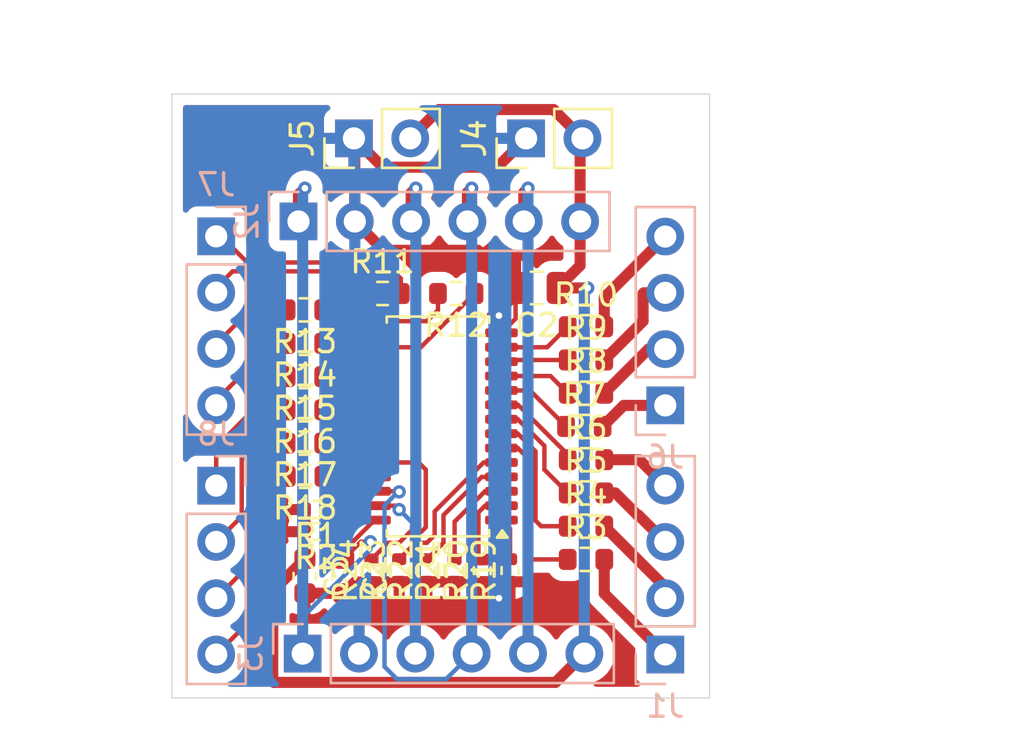
<source format=kicad_pcb>
(kicad_pcb (version 20240108) (generator "pcbnew") (generator_version "8.0")
  (layers (0 "F.Cu" signal) (31 "B.Cu" signal) (34 "B.Paste" user) (35 "F.Paste" user) (36 "B.SilkS" user "B.Silkscreen") (37 "F.SilkS" user "F.Silkscreen") (38 "B.Mask" user) (39 "F.Mask" user) (44 "Edge.Cuts" user))
  (net 0 "")
  (net 1 "GND")
  (net 2 "+3V3")
  (net 3 "+5V")
  (net 4 "Net-(J1-Pin_2)")
  (net 5 "Net-(J1-Pin_3)")
  (net 6 "Net-(J1-Pin_4)")
  (net 7 "Net-(J1-Pin_1)")
  (net 8 "SCL")
  (net 9 "SDA")
  (net 10 "OE")
  (net 11 "Net-(J6-Pin_3)")
  (net 12 "Net-(J6-Pin_4)")
  (net 13 "Net-(J6-Pin_1)")
  (net 14 "Net-(J6-Pin_2)")
  (net 15 "Net-(J7-Pin_1)")
  (net 16 "Net-(J7-Pin_2)")
  (net 17 "Net-(J7-Pin_4)")
  (net 18 "Net-(J7-Pin_3)")
  (net 19 "Net-(J8-Pin_1)")
  (net 20 "Net-(J8-Pin_2)")
  (net 21 "Net-(J8-Pin_3)")
  (net 22 "Net-(J8-Pin_4)")
  (net 23 "Net-(U1-#OE)")
  (net 24 "Net-(U1-EXTCLK)")
  (net 25 "Net-(U1-PWM0)")
  (net 26 "Net-(U1-PWM1)")
  (net 27 "Net-(U1-PWM2)")
  (net 28 "Net-(U1-PWM3)")
  (net 29 "Net-(U1-PWM4)")
  (net 30 "Net-(U1-PWM5)")
  (net 31 "Net-(U1-PWM6)")
  (net 32 "Net-(U1-PWM7)")
  (net 33 "Net-(U1-PWM8)")
  (net 34 "Net-(U1-PWM9)")
  (net 35 "Net-(U1-PWM10)")
  (net 36 "Net-(U1-PWM11)")
  (net 37 "Net-(U1-PWM12)")
  (net 38 "Net-(U1-PWM13)")
  (net 39 "Net-(U1-PWM14)")
  (net 40 "Net-(U1-PWM15)")
  (net 41 "A0")
  (net 42 "A1")
  (net 43 "A2")
  (net 44 "A3")
  (net 45 "A4")
  (net 46 "A5")
  (footprint "Resistor_SMD:R_0603_1608Metric" (layer "F.Cu") (at 141.765 101.84)
    (property "Reference" "R9" (at 0 -1.43 0) (layer "F.SilkS"))
    (property "Value" "220Ω")
    (fp_line (start -0.237258 -0.5225) (end 0.237258 -0.5225) (stroke (width 0.12)) (layer "F.SilkS"))
    (fp_line (start -0.237258 0.5225) (end 0.237258 0.5225) (stroke (width 0.12)) (layer "F.SilkS"))
    (pad "1" smd roundrect (at -0.825 0) (size 0.8 0.95) (layers "F.Cu" "F.Paste" "F.Mask") (net 31 "Net-(U1-PWM6)"))
    (pad "2" smd roundrect (at 0.825 0) (size 0.8 0.95) (layers "F.Cu" "F.Paste" "F.Mask") (net 11 "Net-(J6-Pin_3)"))
  )
  (footprint "Resistor_SMD:R_0603_1608Metric" (layer "F.Cu") (at 135.915 98.84 180)
    (property "Reference" "R12" (at 0 -1.43 0) (layer "F.SilkS"))
    (property "Value" "220Ω")
    (fp_line (start -0.237258 0.5225) (end 0.237258 0.5225) (stroke (width 0.12)) (layer "F.SilkS"))
    (fp_line (start -0.237258 -0.5225) (end 0.237258 -0.5225) (stroke (width 0.12)) (layer "F.SilkS"))
    (pad "1" smd roundrect (at -0.825 0 180) (size 0.8 0.95) (layers "F.Cu" "F.Paste" "F.Mask") (net 34 "Net-(U1-PWM9)"))
    (pad "2" smd roundrect (at 0.825 0 180) (size 0.8 0.95) (layers "F.Cu" "F.Paste" "F.Mask") (net 16 "Net-(J7-Pin_2)"))
  )
  (footprint "Resistor_SMD:R_0402_1005Metric" (layer "F.Cu") (at 138.34 111.34 90)
    (property "Reference" "R19" (at 0 -1.17 90) (layer "F.SilkS"))
    (property "Value" "10kΩ")
    (fp_line (start -0.153641 -0.38) (end 0.153641 -0.38) (stroke (width 0.12)) (layer "F.SilkS"))
    (fp_line (start -0.153641 0.38) (end 0.153641 0.38) (stroke (width 0.12)) (layer "F.SilkS"))
    (pad "1" smd roundrect (at -0.51 0 90) (size 0.54 0.64) (layers "F.Cu" "F.Paste" "F.Mask") (net 1 "GND"))
    (pad "2" smd roundrect (at 0.51 0 90) (size 0.54 0.64) (layers "F.Cu" "F.Paste" "F.Mask") (net 41 "A0"))
  )
  (footprint "Connector_PinHeader_2.54mm:PinHeader_1x02_P2.54mm_Vertical" (layer "F.Cu") (at 131.3 91.84 90)
    (property "Reference" "J5" (at 0 -2.33 90) (layer "F.SilkS"))
    (property "Value" "Conn_01x02_Pin")
    (fp_line (start -1.33 -1.33) (end 0 -1.33) (stroke (width 0.12)) (layer "F.SilkS"))
    (fp_line (start -1.33 0) (end -1.33 -1.33) (stroke (width 0.12)) (layer "F.SilkS"))
    (fp_line (start 1.33 1.27) (end 1.33 3.87) (stroke (width 0.12)) (layer "F.SilkS"))
    (fp_line (start -1.33 1.27) (end 1.33 1.27) (stroke (width 0.12)) (layer "F.SilkS"))
    (fp_line (start -1.33 1.27) (end -1.33 3.87) (stroke (width 0.12)) (layer "F.SilkS"))
    (fp_line (start -1.33 3.87) (end 1.33 3.87) (stroke (width 0.12)) (layer "F.SilkS"))
    (pad "1" thru_hole rect (at 0 0 90) (size 1.7 1.7) (drill 1) (layers "*.Cu" "*.Mask") (net 1 "GND"))
    (pad "2" thru_hole oval (at 0 2.54 90) (size 1.7 1.7) (drill 1) (layers "*.Cu" "*.Mask") (net 3 "+5V"))
  )
  (footprint "Resistor_SMD:R_0402_1005Metric" (layer "F.Cu") (at 132.09 111.35 90)
    (property "Reference" "R24" (at 0 -1.17 90) (layer "F.SilkS"))
    (property "Value" "10kΩ")
    (fp_line (start -0.153641 -0.38) (end 0.153641 -0.38) (stroke (width 0.12)) (layer "F.SilkS"))
    (fp_line (start -0.153641 0.38) (end 0.153641 0.38) (stroke (width 0.12)) (layer "F.SilkS"))
    (pad "1" smd roundrect (at -0.51 0 90) (size 0.54 0.64) (layers "F.Cu" "F.Paste" "F.Mask") (net 1 "GND"))
    (pad "2" smd roundrect (at 0.51 0 90) (size 0.54 0.64) (layers "F.Cu" "F.Paste" "F.Mask") (net 46 "A5"))
  )
  (footprint "Resistor_SMD:R_0402_1005Metric" (layer "F.Cu") (at 135.84 111.34 90)
    (property "Reference" "R21" (at 0 -1.17 90) (layer "F.SilkS"))
    (property "Value" "10kΩ")
    (fp_line (start -0.153641 -0.38) (end 0.153641 -0.38) (stroke (width 0.12)) (layer "F.SilkS"))
    (fp_line (start -0.153641 0.38) (end 0.153641 0.38) (stroke (width 0.12)) (layer "F.SilkS"))
    (pad "1" smd roundrect (at -0.51 0 90) (size 0.54 0.64) (layers "F.Cu" "F.Paste" "F.Mask") (net 1 "GND"))
    (pad "2" smd roundrect (at 0.51 0 90) (size 0.54 0.64) (layers "F.Cu" "F.Paste" "F.Mask") (net 43 "A2"))
  )
  (footprint "Resistor_SMD:R_0603_1608Metric" (layer "F.Cu") (at 141.765 110.84)
    (property "Reference" "R3" (at 0 -1.43 0) (layer "F.SilkS"))
    (property "Value" "220Ω")
    (fp_line (start -0.237258 -0.5225) (end 0.237258 -0.5225) (stroke (width 0.12)) (layer "F.SilkS"))
    (fp_line (start -0.237258 0.5225) (end 0.237258 0.5225) (stroke (width 0.12)) (layer "F.SilkS"))
    (pad "1" smd roundrect (at -0.825 0) (size 0.8 0.95) (layers "F.Cu" "F.Paste" "F.Mask") (net 25 "Net-(U1-PWM0)"))
    (pad "2" smd roundrect (at 0.825 0) (size 0.8 0.95) (layers "F.Cu" "F.Paste" "F.Mask") (net 7 "Net-(J1-Pin_1)"))
  )
  (footprint "Capacitor_SMD:C_0603_1608Metric" (layer "F.Cu") (at 130.84 111.59 -90)
    (property "Reference" "C1" (at 0 -1.43 90) (layer "F.SilkS"))
    (property "Value" "10μF")
    (fp_line (start -0.14058 0.51) (end 0.14058 0.51) (stroke (width 0.12)) (layer "F.SilkS"))
    (fp_line (start -0.14058 -0.51) (end 0.14058 -0.51) (stroke (width 0.12)) (layer "F.SilkS"))
    (pad "1" smd roundrect (at -0.775 0 270) (size 0.9 0.95) (layers "F.Cu" "F.Paste" "F.Mask") (net 2 "+3V3"))
    (pad "2" smd roundrect (at 0.775 0 270) (size 0.9 0.95) (layers "F.Cu" "F.Paste" "F.Mask") (net 1 "GND"))
  )
  (footprint "Resistor_SMD:R_0603_1608Metric" (layer "F.Cu") (at 129.09 105.59 180)
    (property "Reference" "R17" (at 0 -1.43 0) (layer "F.SilkS"))
    (property "Value" "220Ω")
    (fp_line (start -0.237258 0.5225) (end 0.237258 0.5225) (stroke (width 0.12)) (layer "F.SilkS"))
    (fp_line (start -0.237258 -0.5225) (end 0.237258 -0.5225) (stroke (width 0.12)) (layer "F.SilkS"))
    (pad "1" smd roundrect (at -0.825 0 180) (size 0.8 0.95) (layers "F.Cu" "F.Paste" "F.Mask") (net 39 "Net-(U1-PWM14)"))
    (pad "2" smd roundrect (at 0.825 0 180) (size 0.8 0.95) (layers "F.Cu" "F.Paste" "F.Mask") (net 21 "Net-(J8-Pin_3)"))
  )
  (footprint "Package_SO:TSSOP-28_4.4x9.7mm_P0.65mm" (layer "F.Cu") (at 135.09 104.84 180)
    (property "Reference" "U1" (at 0 -5.8 0) (layer "F.SilkS"))
    (property "Value" "PCA9685")
    (fp_line (start 2.31 4.96) (end 2.31 4.685) (stroke (width 0.12)) (layer "F.SilkS"))
    (fp_line (start 2.31 -4.96) (end 2.31 -4.685) (stroke (width 0.12)) (layer "F.SilkS"))
    (fp_line (start 0 4.96) (end 2.31 4.96) (stroke (width 0.12)) (layer "F.SilkS"))
    (fp_line (start 0 4.96) (end -2.31 4.96) (stroke (width 0.12)) (layer "F.SilkS"))
    (fp_line (start 0 -4.96) (end 2.31 -4.96) (stroke (width 0.12)) (layer "F.SilkS"))
    (fp_line (start 0 -4.96) (end -2.31 -4.96) (stroke (width 0.12)) (layer "F.SilkS"))
    (fp_line (start -2.31 4.96) (end -2.31 4.685) (stroke (width 0.12)) (layer "F.SilkS"))
    (fp_line (start -2.31 -4.96) (end -2.31 -4.685) (stroke (width 0.12)) (layer "F.SilkS"))
    (fp_poly (pts (xy -2.9 -4.685) (xy -3.14 -5.015) (xy -2.66 -5.015) (xy -2.9 -4.685)) (stroke (width 0.12)) (fill solid) (layer "F.SilkS"))
    (pad "1" smd roundrect (at -2.8625 -4.225 180) (size 1.475 0.4) (layers "F.Cu" "F.Paste" "F.Mask") (net 41 "A0"))
    (pad "2" smd roundrect (at -2.8625 -3.575 180) (size 1.475 0.4) (layers "F.Cu" "F.Paste" "F.Mask") (net 42 "A1"))
    (pad "3" smd roundrect (at -2.8625 -2.925 180) (size 1.475 0.4) (layers "F.Cu" "F.Paste" "F.Mask") (net 43 "A2"))
    (pad "4" smd roundrect (at -2.8625 -2.275 180) (size 1.475 0.4) (layers "F.Cu" "F.Paste" "F.Mask") (net 44 "A3"))
    (pad "5" smd roundrect (at -2.8625 -1.625 180) (size 1.475 0.4) (layers "F.Cu" "F.Paste" "F.Mask") (net 45 "A4"))
    (pad "6" smd roundrect (at -2.8625 -0.975 180) (size 1.475 0.4) (layers "F.Cu" "F.Paste" "F.Mask") (net 25 "Net-(U1-PWM0)"))
    (pad "7" smd roundrect (at -2.8625 -0.325 180) (size 1.475 0.4) (layers "F.Cu" "F.Paste" "F.Mask") (net 26 "Net-(U1-PWM1)"))
    (pad "8" smd roundrect (at -2.8625 0.325 180) (size 1.475 0.4) (layers "F.Cu" "F.Paste" "F.Mask") (net 27 "Net-(U1-PWM2)"))
    (pad "9" smd roundrect (at -2.8625 0.975 180) (size 1.475 0.4) (layers "F.Cu" "F.Paste" "F.Mask") (net 28 "Net-(U1-PWM3)"))
    (pad "10" smd roundrect (at -2.8625 1.625 180) (size 1.475 0.4) (layers "F.Cu" "F.Paste" "F.Mask") (net 29 "Net-(U1-PWM4)"))
    (pad "11" smd roundrect (at -2.8625 2.275 180) (size 1.475 0.4) (layers "F.Cu" "F.Paste" "F.Mask") (net 30 "Net-(U1-PWM5)"))
    (pad "12" smd roundrect (at -2.8625 2.925 180) (size 1.475 0.4) (layers "F.Cu" "F.Paste" "F.Mask") (net 31 "Net-(U1-PWM6)"))
    (pad "13" smd roundrect (at -2.8625 3.575 180) (size 1.475 0.4) (layers "F.Cu" "F.Paste" "F.Mask") (net 32 "Net-(U1-PWM7)"))
    (pad "14" smd roundrect (at -2.8625 4.225 180) (size 1.475 0.4) (layers "F.Cu" "F.Paste" "F.Mask") (net 1 "GND"))
    (pad "15" smd roundrect (at 2.8625 4.225 180) (size 1.475 0.4) (layers "F.Cu" "F.Paste" "F.Mask") (net 33 "Net-(U1-PWM8)"))
    (pad "16" smd roundrect (at 2.8625 3.575 180) (size 1.475 0.4) (layers "F.Cu" "F.Paste" "F.Mask") (net 34 "Net-(U1-PWM9)"))
    (pad "17" smd roundrect (at 2.8625 2.925 180) (size 1.475 0.4) (layers "F.Cu" "F.Paste" "F.Mask") (net 35 "Net-(U1-PWM10)"))
    (pad "18" smd roundrect (at 2.8625 2.275 180) (size 1.475 0.4) (layers "F.Cu" "F.Paste" "F.Mask") (net 36 "Net-(U1-PWM11)"))
    (pad "19" smd roundrect (at 2.8625 1.625 180) (size 1.475 0.4) (layers "F.Cu" "F.Paste" "F.Mask") (net 37 "Net-(U1-PWM12)"))
    (pad "20" smd roundrect (at 2.8625 0.975 180) (size 1.475 0.4) (layers "F.Cu" "F.Paste" "F.Mask") (net 38 "Net-(U1-PWM13)"))
    (pad "21" smd roundrect (at 2.8625 0.325 180) (size 1.475 0.4) (layers "F.Cu" "F.Paste" "F.Mask") (net 39 "Net-(U1-PWM14)"))
    (pad "22" smd roundrect (at 2.8625 -0.325 180) (size 1.475 0.4) (layers "F.Cu" "F.Paste" "F.Mask") (net 40 "Net-(U1-PWM15)"))
    (pad "23" smd roundrect (at 2.8625 -0.975 180) (size 1.475 0.4) (layers "F.Cu" "F.Paste" "F.Mask") (net 23 "Net-(U1-#OE)"))
    (pad "24" smd roundrect (at 2.8625 -1.625 180) (size 1.475 0.4) (layers "F.Cu" "F.Paste" "F.Mask") (net 46 "A5"))
    (pad "25" smd roundrect (at 2.8625 -2.275 180) (size 1.475 0.4) (layers "F.Cu" "F.Paste" "F.Mask") (net 24 "Net-(U1-EXTCLK)"))
    (pad "26" smd roundrect (at 2.8625 -2.925 180) (size 1.475 0.4) (layers "F.Cu" "F.Paste" "F.Mask") (net 8 "SCL"))
    (pad "27" smd roundrect (at 2.8625 -3.575 180) (size 1.475 0.4) (layers "F.Cu" "F.Paste" "F.Mask") (net 9 "SDA"))
    (pad "28" smd roundrect (at 2.8625 -4.225 180) (size 1.475 0.4) (layers "F.Cu" "F.Paste" "F.Mask") (net 2 "+3V3"))
  )
  (footprint "Resistor_SMD:R_0603_1608Metric" (layer "F.Cu") (at 141.765 100.34)
    (property "Reference" "R10" (at 0 -1.43 0) (layer "F.SilkS"))
    (property "Value" "220Ω")
    (fp_line (start -0.237258 -0.5225) (end 0.237258 -0.5225) (stroke (width 0.12)) (layer "F.SilkS"))
    (fp_line (start -0.237258 0.5225) (end 0.237258 0.5225) (stroke (width 0.12)) (layer "F.SilkS"))
    (pad "1" smd roundrect (at -0.825 0) (size 0.8 0.95) (layers "F.Cu" "F.Paste" "F.Mask") (net 32 "Net-(U1-PWM7)"))
    (pad "2" smd roundrect (at 0.825 0) (size 0.8 0.95) (layers "F.Cu" "F.Paste" "F.Mask") (net 12 "Net-(J6-Pin_4)"))
  )
  (footprint "Resistor_SMD:R_0603_1608Metric" (layer "F.Cu") (at 141.765 103.34)
    (property "Reference" "R8" (at 0 -1.43 0) (layer "F.SilkS"))
    (property "Value" "220Ω")
    (fp_line (start -0.237258 -0.5225) (end 0.237258 -0.5225) (stroke (width 0.12)) (layer "F.SilkS"))
    (fp_line (start -0.237258 0.5225) (end 0.237258 0.5225) (stroke (width 0.12)) (layer "F.SilkS"))
    (pad "1" smd roundrect (at -0.825 0) (size 0.8 0.95) (layers "F.Cu" "F.Paste" "F.Mask") (net 30 "Net-(U1-PWM5)"))
    (pad "2" smd roundrect (at 0.825 0) (size 0.8 0.95) (layers "F.Cu" "F.Paste" "F.Mask") (net 14 "Net-(J6-Pin_2)"))
  )
  (footprint "Resistor_SMD:R_0402_1005Metric" (layer "F.Cu") (at 133.34 111.34 90)
    (property "Reference" "R23" (at 0 -1.17 90) (layer "F.SilkS"))
    (property "Value" "10kΩ")
    (fp_line (start -0.153641 -0.38) (end 0.153641 -0.38) (stroke (width 0.12)) (layer "F.SilkS"))
    (fp_line (start -0.153641 0.38) (end 0.153641 0.38) (stroke (width 0.12)) (layer "F.SilkS"))
    (pad "1" smd roundrect (at -0.51 0 90) (size 0.54 0.64) (layers "F.Cu" "F.Paste" "F.Mask") (net 1 "GND"))
    (pad "2" smd roundrect (at 0.51 0 90) (size 0.54 0.64) (layers "F.Cu" "F.Paste" "F.Mask") (net 45 "A4"))
  )
  (footprint "Resistor_SMD:R_0603_1608Metric" (layer "F.Cu") (at 141.765 109.34)
    (property "Reference" "R4" (at 0 -1.43 0) (layer "F.SilkS"))
    (property "Value" "220Ω")
    (fp_line (start -0.237258 -0.5225) (end 0.237258 -0.5225) (stroke (width 0.12)) (layer "F.SilkS"))
    (fp_line (start -0.237258 0.5225) (end 0.237258 0.5225) (stroke (width 0.12)) (layer "F.SilkS"))
    (pad "1" smd roundrect (at -0.825 0) (size 0.8 0.95) (layers "F.Cu" "F.Paste" "F.Mask") (net 26 "Net-(U1-PWM1)"))
    (pad "2" smd roundrect (at 0.825 0) (size 0.8 0.95) (layers "F.Cu" "F.Paste" "F.Mask") (net 4 "Net-(J1-Pin_2)"))
  )
  (footprint "Resistor_SMD:R_0603_1608Metric" (layer "F.Cu") (at 129.1 107.09 180)
    (property "Reference" "R18" (at 0 -1.43 0) (layer "F.SilkS"))
    (property "Value" "220Ω")
    (fp_line (start -0.237258 0.5225) (end 0.237258 0.5225) (stroke (width 0.12)) (layer "F.SilkS"))
    (fp_line (start -0.237258 -0.5225) (end 0.237258 -0.5225) (stroke (width 0.12)) (layer "F.SilkS"))
    (pad "1" smd roundrect (at -0.825 0 180) (size 0.8 0.95) (layers "F.Cu" "F.Paste" "F.Mask") (net 40 "Net-(U1-PWM15)"))
    (pad "2" smd roundrect (at 0.825 0 180) (size 0.8 0.95) (layers "F.Cu" "F.Paste" "F.Mask") (net 22 "Net-(J8-Pin_4)"))
  )
  (footprint "Connector_PinHeader_2.54mm:PinHeader_1x02_P2.54mm_Vertical" (layer "F.Cu") (at 139.065 91.84 90)
    (property "Reference" "J4" (at 0 -2.33 90) (layer "F.SilkS"))
    (property "Value" "Conn_01x02")
    (fp_line (start -1.33 -1.33) (end 0 -1.33) (stroke (width 0.12)) (layer "F.SilkS"))
    (fp_line (start -1.33 0) (end -1.33 -1.33) (stroke (width 0.12)) (layer "F.SilkS"))
    (fp_line (start 1.33 1.27) (end 1.33 3.87) (stroke (width 0.12)) (layer "F.SilkS"))
    (fp_line (start -1.33 1.27) (end 1.33 1.27) (stroke (width 0.12)) (layer "F.SilkS"))
    (fp_line (start -1.33 1.27) (end -1.33 3.87) (stroke (width 0.12)) (layer "F.SilkS"))
    (fp_line (start -1.33 3.87) (end 1.33 3.87) (stroke (width 0.12)) (layer "F.SilkS"))
    (pad "1" thru_hole rect (at 0 0 90) (size 1.7 1.7) (drill 1) (layers "*.Cu" "*.Mask") (net 1 "GND"))
    (pad "2" thru_hole oval (at 0 2.54 90) (size 1.7 1.7) (drill 1) (layers "*.Cu" "*.Mask") (net 3 "+5V"))
  )
  (footprint "Capacitor_SMD:C_0805_2012Metric" (layer "F.Cu") (at 139.54 98.59 180)
    (property "Reference" "C2" (at 0 -1.68 0) (layer "F.SilkS"))
    (property "Value" "47μF")
    (fp_line (start -0.261252 0.735) (end 0.261252 0.735) (stroke (width 0.12)) (layer "F.SilkS"))
    (fp_line (start -0.261252 -0.735) (end 0.261252 -0.735) (stroke (width 0.12)) (layer "F.SilkS"))
    (pad "1" smd roundrect (at -0.95 0 180) (size 1 1.45) (layers "F.Cu" "F.Paste" "F.Mask") (net 3 "+5V"))
    (pad "2" smd roundrect (at 0.95 0 180) (size 1 1.45) (layers "F.Cu" "F.Paste" "F.Mask") (net 1 "GND"))
  )
  (footprint "Resistor_SMD:R_0603_1608Metric" (layer "F.Cu") (at 132.59 98.84)
    (property "Reference" "R11" (at 0 -1.43 0) (layer "F.SilkS"))
    (property "Value" "220Ω")
    (fp_line (start -0.237258 -0.5225) (end 0.237258 -0.5225) (stroke (width 0.12)) (layer "F.SilkS"))
    (fp_line (start -0.237258 0.5225) (end 0.237258 0.5225) (stroke (width 0.12)) (layer "F.SilkS"))
    (pad "1" smd roundrect (at -0.825 0) (size 0.8 0.95) (layers "F.Cu" "F.Paste" "F.Mask") (net 33 "Net-(U1-PWM8)"))
    (pad "2" smd roundrect (at 0.825 0) (size 0.8 0.95) (layers "F.Cu" "F.Paste" "F.Mask") (net 15 "Net-(J7-Pin_1)"))
  )
  (footprint "Resistor_SMD:R_0402_1005Metric" (layer "F.Cu") (at 137.09 111.35 90)
    (property "Reference" "R20" (at 0 -1.17 90) (layer "F.SilkS"))
    (property "Value" "10kΩ")
    (fp_line (start -0.153641 -0.38) (end 0.153641 -0.38) (stroke (width 0.12)) (layer "F.SilkS"))
    (fp_line (start -0.153641 0.38) (end 0.153641 0.38) (stroke (width 0.12)) (layer "F.SilkS"))
    (pad "1" smd roundrect (at -0.51 0 90) (size 0.54 0.64) (layers "F.Cu" "F.Paste" "F.Mask") (net 1 "GND"))
    (pad "2" smd roundrect (at 0.51 0 90) (size 0.54 0.64) (layers "F.Cu" "F.Paste" "F.Mask") (net 42 "A1"))
  )
  (footprint "Resistor_SMD:R_0603_1608Metric" (layer "F.Cu") (at 129.09 101.09 180)
    (property "Reference" "R14" (at 0 -1.43 0) (layer "F.SilkS"))
    (property "Value" "220Ω")
    (fp_line (start -0.237258 0.5225) (end 0.237258 0.5225) (stroke (width 0.12)) (layer "F.SilkS"))
    (fp_line (start -0.237258 -0.5225) (end 0.237258 -0.5225) (stroke (width 0.12)) (layer "F.SilkS"))
    (pad "1" smd roundrect (at -0.825 0 180) (size 0.8 0.95) (layers "F.Cu" "F.Paste" "F.Mask") (net 36 "Net-(U1-PWM11)"))
    (pad "2" smd roundrect (at 0.825 0 180) (size 0.8 0.95) (layers "F.Cu" "F.Paste" "F.Mask") (net 17 "Net-(J7-Pin_4)"))
  )
  (footprint "Resistor_SMD:R_0603_1608Metric" (layer "F.Cu") (at 129.09 104.09 180)
    (property "Reference" "R16" (at 0 -1.43 0) (layer "F.SilkS"))
    (property "Value" "220Ω")
    (fp_line (start -0.237258 0.5225) (end 0.237258 0.5225) (stroke (width 0.12)) (layer "F.SilkS"))
    (fp_line (start -0.237258 -0.5225) (end 0.237258 -0.5225) (stroke (width 0.12)) (layer "F.SilkS"))
    (pad "1" smd roundrect (at -0.825 0 180) (size 0.8 0.95) (layers "F.Cu" "F.Paste" "F.Mask") (net 38 "Net-(U1-PWM13)"))
    (pad "2" smd roundrect (at 0.825 0 180) (size 0.8 0.95) (layers "F.Cu" "F.Paste" "F.Mask") (net 20 "Net-(J8-Pin_2)"))
  )
  (footprint "Resistor_SMD:R_0603_1608Metric" (layer "F.Cu") (at 129.09 102.59 180)
    (property "Reference" "R15" (at 0 -1.43 0) (layer "F.SilkS"))
    (property "Value" "220Ω")
    (fp_line (start -0.237258 0.5225) (end 0.237258 0.5225) (stroke (width 0.12)) (layer "F.SilkS"))
    (fp_line (start -0.237258 -0.5225) (end 0.237258 -0.5225) (stroke (width 0.12)) (layer "F.SilkS"))
    (pad "1" smd roundrect (at -0.825 0 180) (size 0.8 0.95) (layers "F.Cu" "F.Paste" "F.Mask") (net 37 "Net-(U1-PWM12)"))
    (pad "2" smd roundrect (at 0.825 0 180) (size 0.8 0.95) (layers "F.Cu" "F.Paste" "F.Mask") (net 19 "Net-(J8-Pin_1)"))
  )
  (footprint "Resistor_SMD:R_0402_1005Metric" (layer "F.Cu") (at 129.6 108.59 180)
    (property "Reference" "R1" (at 0 -1.17 0) (layer "F.SilkS"))
    (property "Value" "10kΩ")
    (fp_line (start -0.153641 0.38) (end 0.153641 0.38) (stroke (width 0.12)) (layer "F.SilkS"))
    (fp_line (start -0.153641 -0.38) (end 0.153641 -0.38) (stroke (width 0.12)) (layer "F.SilkS"))
    (pad "1" smd roundrect (at -0.51 0 180) (size 0.54 0.64) (layers "F.Cu" "F.Paste" "F.Mask") (net 23 "Net-(U1-#OE)"))
    (pad "2" smd roundrect (at 0.51 0 180) (size 0.54 0.64) (layers "F.Cu" "F.Paste" "F.Mask") (net 1 "GND"))
  )
  (footprint "Resistor_SMD:R_0603_1608Metric" (layer "F.Cu") (at 141.765 107.84)
    (property "Reference" "R5" (at 0 -1.43 0) (layer "F.SilkS"))
    (property "Value" "220Ω")
    (fp_line (start -0.237258 -0.5225) (end 0.237258 -0.5225) (stroke (width 0.12)) (layer "F.SilkS"))
    (fp_line (start -0.237258 0.5225) (end 0.237258 0.5225) (stroke (width 0.12)) (layer "F.SilkS"))
    (pad "1" smd roundrect (at -0.825 0) (size 0.8 0.95) (layers "F.Cu" "F.Paste" "F.Mask") (net 27 "Net-(U1-PWM2)"))
    (pad "2" smd roundrect (at 0.825 0) (size 0.8 0.95) (layers "F.Cu" "F.Paste" "F.Mask") (net 5 "Net-(J1-Pin_3)"))
  )
  (footprint "Resistor_SMD:R_0603_1608Metric" (layer "F.Cu") (at 141.69 104.84)
    (property "Reference" "R7" (at 0 -1.43 0) (layer "F.SilkS"))
    (property "Value" "220Ω")
    (fp_line (start -0.237258 -0.5225) (end 0.237258 -0.5225) (stroke (width 0.12)) (layer "F.SilkS"))
    (fp_line (start -0.237258 0.5225) (end 0.237258 0.5225) (stroke (width 0.12)) (layer "F.SilkS"))
    (pad "1" smd roundrect (at -0.825 0) (size 0.8 0.95) (layers "F.Cu" "F.Paste" "F.Mask") (net 29 "Net-(U1-PWM4)"))
    (pad "2" smd roundrect (at 0.825 0) (size 0.8 0.95) (layers "F.Cu" "F.Paste" "F.Mask") (net 13 "Net-(J6-Pin_1)"))
  )
  (footprint "Resistor_SMD:R_0603_1608Metric" (layer "F.Cu") (at 129.09 99.58 180)
    (property "Reference" "R13" (at 0 -1.43 0) (layer "F.SilkS"))
    (property "Value" "220Ω")
    (fp_line (start -0.237258 0.5225) (end 0.237258 0.5225) (stroke (width 0.12)) (layer "F.SilkS"))
    (fp_line (start -0.237258 -0.5225) (end 0.237258 -0.5225) (stroke (width 0.12)) (layer "F.SilkS"))
    (pad "1" smd roundrect (at -0.825 0 180) (size 0.8 0.95) (layers "F.Cu" "F.Paste" "F.Mask") (net 35 "Net-(U1-PWM10)"))
    (pad "2" smd roundrect (at 0.825 0 180) (size 0.8 0.95) (layers "F.Cu" "F.Paste" "F.Mask") (net 18 "Net-(J7-Pin_3)"))
  )
  (footprint "Resistor_SMD:R_0402_1005Metric" (layer "F.Cu") (at 134.59 111.34 90)
    (property "Reference" "R22" (at 0 -1.17 90) (layer "F.SilkS"))
    (property "Value" "10kΩ")
    (fp_line (start -0.153641 -0.38) (end 0.153641 -0.38) (stroke (width 0.12)) (layer "F.SilkS"))
    (fp_line (start -0.153641 0.38) (end 0.153641 0.38) (stroke (width 0.12)) (layer "F.SilkS"))
    (pad "1" smd roundrect (at -0.51 0 90) (size 0.54 0.64) (layers "F.Cu" "F.Paste" "F.Mask") (net 1 "GND"))
    (pad "2" smd roundrect (at 0.51 0 90) (size 0.54 0.64) (layers "F.Cu" "F.Paste" "F.Mask") (net 44 "A3"))
  )
  (footprint "Resistor_SMD:R_0603_1608Metric" (layer "F.Cu") (at 141.765 106.34)
    (property "Reference" "R6" (at 0 -1.43 0) (layer "F.SilkS"))
    (property "Value" "220Ω")
    (fp_line (start -0.237258 -0.5225) (end 0.237258 -0.5225) (stroke (width 0.12)) (layer "F.SilkS"))
    (fp_line (start -0.237258 0.5225) (end 0.237258 0.5225) (stroke (width 0.12)) (layer "F.SilkS"))
    (pad "1" smd roundrect (at -0.825 0) (size 0.8 0.95) (layers "F.Cu" "F.Paste" "F.Mask") (net 28 "Net-(U1-PWM3)"))
    (pad "2" smd roundrect (at 0.825 0) (size 0.8 0.95) (layers "F.Cu" "F.Paste" "F.Mask") (net 6 "Net-(J1-Pin_4)"))
  )
  (footprint "Capacitor_SMD:C_0603_1608Metric" (layer "F.Cu") (at 129.09 111.59 -90)
    (property "Reference" "C3" (at 0 -1.43 90) (layer "F.SilkS"))
    (property "Value" "10μF")
    (fp_line (start -0.14058 0.51) (end 0.14058 0.51) (stroke (width 0.12)) (layer "F.SilkS"))
    (fp_line (start -0.14058 -0.51) (end 0.14058 -0.51) (stroke (width 0.12)) (layer "F.SilkS"))
    (pad "1" smd roundrect (at -0.775 0 270) (size 0.9 0.95) (layers "F.Cu" "F.Paste" "F.Mask") (net 3 "+5V"))
    (pad "2" smd roundrect (at 0.775 0 270) (size 0.9 0.95) (layers "F.Cu" "F.Paste" "F.Mask") (net 1 "GND"))
  )
  (footprint "Resistor_SMD:R_0402_1005Metric" (layer "F.Cu") (at 129.6 109.59 180)
    (property "Reference" "R2" (at 0 -1.17 0) (layer "F.SilkS"))
    (property "Value" "10kΩ")
    (fp_line (start -0.153641 0.38) (end 0.153641 0.38) (stroke (width 0.12)) (layer "F.SilkS"))
    (fp_line (start -0.153641 -0.38) (end 0.153641 -0.38) (stroke (width 0.12)) (layer "F.SilkS"))
    (pad "1" smd roundrect (at -0.51 0 180) (size 0.54 0.64) (layers "F.Cu" "F.Paste" "F.Mask") (net 24 "Net-(U1-EXTCLK)"))
    (pad "2" smd roundrect (at 0.51 0 180) (size 0.54 0.64) (layers "F.Cu" "F.Paste" "F.Mask") (net 1 "GND"))
  )
  (footprint "Connector_PinHeader_2.54mm:PinHeader_1x04_P2.54mm_Vertical" (layer "B.Cu") (at 125.09 96.26 180)
    (property "Reference" "J7" (at 0 2.33 0) (layer "B.SilkS") (effects (justify mirror)))
    (property "Value" "Conn_01x04_Pin" (hide yes))
    (fp_line (start 1.33 -1.27) (end -1.33 -1.27) (stroke (width 0.12)) (layer "B.SilkS"))
    (fp_line (start 1.33 -8.95) (end 1.33 -1.27) (stroke (width 0.12)) (layer "B.SilkS"))
    (fp_line (start 1.33 -8.95) (end -1.33 -8.95) (stroke (width 0.12)) (layer "B.SilkS"))
    (fp_line (start 0 1.33) (end -1.33 1.33) (stroke (width 0.12)) (layer "B.SilkS"))
    (fp_line (start -1.33 1.33) (end -1.33 0) (stroke (width 0.12)) (layer "B.SilkS"))
    (fp_line (start -1.33 -8.95) (end -1.33 -1.27) (stroke (width 0.12)) (layer "B.SilkS"))
    (pad "1" thru_hole rect (at 0 0 180) (size 1.7 1.7) (drill 1) (layers "*.Cu" "*.Mask") (net 15 "Net-(J7-Pin_1)"))
    (pad "2" thru_hole oval (at 0 -2.54 180) (size 1.7 1.7) (drill 1) (layers "*.Cu" "*.Mask") (net 16 "Net-(J7-Pin_2)"))
    (pad "3" thru_hole oval (at 0 -5.08 180) (size 1.7 1.7) (drill 1) (layers "*.Cu" "*.Mask") (net 18 "Net-(J7-Pin_3)"))
    (pad "4" thru_hole oval (at 0 -7.62 180) (size 1.7 1.7) (drill 1) (layers "*.Cu" "*.Mask") (net 17 "Net-(J7-Pin_4)"))
  )
  (footprint "Connector_PinHeader_2.54mm:PinHeader_1x04_P2.54mm_Vertical" (layer "B.Cu") (at 145.34 115.13)
    (property "Reference" "J1" (at 0 2.33 0) (layer "B.SilkS") (effects (justify mirror)))
    (property "Value" "Conn_01x04_Pin" (hide yes))
    (fp_line (start -1.33 -8.95) (end -1.33 -1.27) (stroke (width 0.12)) (layer "B.SilkS"))
    (fp_line (start -1.33 1.33) (end -1.33 0) (stroke (width 0.12)) (layer "B.SilkS"))
    (fp_line (start 0 1.33) (end -1.33 1.33) (stroke (width 0.12)) (layer "B.SilkS"))
    (fp_line (start 1.33 -8.95) (end -1.33 -8.95) (stroke (width 0.12)) (layer "B.SilkS"))
    (fp_line (start 1.33 -8.95) (end 1.33 -1.27) (stroke (width 0.12)) (layer "B.SilkS"))
    (fp_line (start 1.33 -1.27) (end -1.33 -1.27) (stroke (width 0.12)) (layer "B.SilkS"))
    (pad "1" thru_hole rect (at 0 0) (size 1.7 1.7) (drill 1) (layers "*.Cu" "*.Mask") (net 7 "Net-(J1-Pin_1)"))
    (pad "2" thru_hole oval (at 0 -2.54) (size 1.7 1.7) (drill 1) (layers "*.Cu" "*.Mask") (net 4 "Net-(J1-Pin_2)"))
    (pad "3" thru_hole oval (at 0 -5.08) (size 1.7 1.7) (drill 1) (layers "*.Cu" "*.Mask") (net 5 "Net-(J1-Pin_3)"))
    (pad "4" thru_hole oval (at 0 -7.62) (size 1.7 1.7) (drill 1) (layers "*.Cu" "*.Mask") (net 6 "Net-(J1-Pin_4)"))
  )
  (footprint "Connector_PinHeader_2.54mm:PinHeader_1x06_P2.54mm_Vertical" (layer "B.Cu") (at 128.99 115.09 -90)
    (property "Reference" "J3" (at 0 2.33 90) (layer "B.SilkS") (effects (justify mirror)))
    (property "Value" "Conn_01x06_Pin" (hide yes))
    (fp_line (start -1.33 1.33) (end -1.33 0) (stroke (width 0.12)) (layer "B.SilkS"))
    (fp_line (start 0 1.33) (end -1.33 1.33) (stroke (width 0.12)) (layer "B.SilkS"))
    (fp_line (start 1.33 -1.27) (end -1.33 -1.27) (stroke (width 0.12)) (layer "B.SilkS"))
    (fp_line (start -1.33 -14.03) (end -1.33 -1.27) (stroke (width 0.12)) (layer "B.SilkS"))
    (fp_line (start 1.33 -14.03) (end 1.33 -1.27) (stroke (width 0.12)) (layer "B.SilkS"))
    (fp_line (start 1.33 -14.03) (end -1.33 -14.03) (stroke (width 0.12)) (layer "B.SilkS"))
    (pad "1" thru_hole rect (at 0 0 270) (size 1.7 1.7) (drill 1) (layers "*.Cu" "*.Mask") (net 2 "+3V3"))
    (pad "2" thru_hole oval (at 0 -2.54 270) (size 1.7 1.7) (drill 1) (layers "*.Cu" "*.Mask") (net 1 "GND"))
    (pad "3" thru_hole oval (at 0 -5.08 270) (size 1.7 1.7) (drill 1) (layers "*.Cu" "*.Mask") (net 9 "SDA"))
    (pad "4" thru_hole oval (at 0 -7.62 270) (size 1.7 1.7) (drill 1) (layers "*.Cu" "*.Mask") (net 8 "SCL"))
    (pad "5" thru_hole oval (at 0 -10.16 270) (size 1.7 1.7) (drill 1) (layers "*.Cu" "*.Mask") (net 10 "OE"))
    (pad "6" thru_hole oval (at 0 -12.7 270) (size 1.7 1.7) (drill 1) (layers "*.Cu" "*.Mask") (net 3 "+5V"))
  )
  (footprint "Connector_PinHeader_2.54mm:PinHeader_1x04_P2.54mm_Vertical" (layer "B.Cu") (at 145.34 103.89)
    (property "Reference" "J6" (at 0 2.33 0) (layer "B.SilkS") (effects (justify mirror)))
    (property "Value" "Conn_01x04_Pin" (hide yes))
    (fp_line (start -1.33 -8.95) (end -1.33 -1.27) (stroke (width 0.12)) (layer "B.SilkS"))
    (fp_line (start -1.33 1.33) (end -1.33 0) (stroke (width 0.12)) (layer "B.SilkS"))
    (fp_line (start 0 1.33) (end -1.33 1.33) (stroke (width 0.12)) (layer "B.SilkS"))
    (fp_line (start 1.33 -8.95) (end -1.33 -8.95) (stroke (width 0.12)) (layer "B.SilkS"))
    (fp_line (start 1.33 -8.95) (end 1.33 -1.27) (stroke (width 0.12)) (layer "B.SilkS"))
    (fp_line (start 1.33 -1.27) (end -1.33 -1.27) (stroke (width 0.12)) (layer "B.SilkS"))
    (pad "1" thru_hole rect (at 0 0) (size 1.7 1.7) (drill 1) (layers "*.Cu" "*.Mask") (net 13 "Net-(J6-Pin_1)"))
    (pad "2" thru_hole oval (at 0 -2.54) (size 1.7 1.7) (drill 1) (layers "*.Cu" "*.Mask") (net 14 "Net-(J6-Pin_2)"))
    (pad "3" thru_hole oval (at 0 -5.08) (size 1.7 1.7) (drill 1) (layers "*.Cu" "*.Mask") (net 11 "Net-(J6-Pin_3)"))
    (pad "4" thru_hole oval (at 0 -7.62) (size 1.7 1.7) (drill 1) (layers "*.Cu" "*.Mask") (net 12 "Net-(J6-Pin_4)"))
  )
  (footprint "Connector_PinHeader_2.54mm:PinHeader_1x06_P2.54mm_Vertical" (layer "B.Cu") (at 128.8 95.59 -90)
    (property "Reference" "J2" (at 0 2.33 90) (layer "B.SilkS") (effects (justify mirror)))
    (property "Value" "Conn_01x06_Pin")
    (fp_line (start -1.33 1.33) (end -1.33 0) (stroke (width 0.12)) (layer "B.SilkS"))
    (fp_line (start 0 1.33) (end -1.33 1.33) (stroke (width 0.12)) (layer "B.SilkS"))
    (fp_line (start 1.33 -1.27) (end -1.33 -1.27) (stroke (width 0.12)) (layer "B.SilkS"))
    (fp_line (start -1.33 -14.03) (end -1.33 -1.27) (stroke (width 0.12)) (layer "B.SilkS"))
    (fp_line (start 1.33 -14.03) (end 1.33 -1.27) (stroke (width 0.12)) (layer "B.SilkS"))
    (fp_line (start 1.33 -14.03) (end -1.33 -14.03) (stroke (width 0.12)) (layer "B.SilkS"))
    (pad "1" thru_hole rect (at 0 0 270) (size 1.7 1.7) (drill 1) (layers "*.Cu" "*.Mask") (net 2 "+3V3"))
    (pad "2" thru_hole oval (at 0 -2.54 270) (size 1.7 1.7) (drill 1) (layers "*.Cu" "*.Mask") (net 1 "GND"))
    (pad "3" thru_hole oval (at 0 -5.08 270) (size 1.7 1.7) (drill 1) (layers "*.Cu" "*.Mask") (net 9 "SDA"))
    (pad "4" thru_hole oval (at 0 -7.62 270) (size 1.7 1.7) (drill 1) (layers "*.Cu" "*.Mask") (net 8 "SCL"))
    (pad "5" thru_hole oval (at 0 -10.16 270) (size 1.7 1.7) (drill 1) (layers "*.Cu" "*.Mask") (net 10 "OE"))
    (pad "6" thru_hole oval (at 0 -12.7 270) (size 1.7 1.7) (drill 1) (layers "*.Cu" "*.Mask") (net 3 "+5V"))
  )
  (footprint "Connector_PinHeader_2.54mm:PinHeader_1x04_P2.54mm_Vertical" (layer "B.Cu") (at 125.09 107.51 180)
    (property "Reference" "J8" (at 0 2.33 0) (layer "B.SilkS") (effects (justify mirror)))
    (property "Value" "Conn_01x04_Pin" (hide yes))
    (fp_line (start 1.33 -1.27) (end -1.33 -1.27) (stroke (width 0.12)) (layer "B.SilkS"))
    (fp_line (start 1.33 -8.95) (end 1.33 -1.27) (stroke (width 0.12)) (layer "B.SilkS"))
    (fp_line (start 1.33 -8.95) (end -1.33 -8.95) (stroke (width 0.12)) (layer "B.SilkS"))
    (fp_line (start 0 1.33) (end -1.33 1.33) (stroke (width 0.12)) (layer "B.SilkS"))
    (fp_line (start -1.33 1.33) (end -1.33 0) (stroke (width 0.12)) (layer "B.SilkS"))
    (fp_line (start -1.33 -8.95) (end -1.33 -1.27) (stroke (width 0.12)) (layer "B.SilkS"))
    (pad "1" thru_hole rect (at 0 0 180) (size 1.7 1.7) (drill 1) (layers "*.Cu" "*.Mask") (net 19 "Net-(J8-Pin_1)"))
    (pad "2" thru_hole oval (at 0 -2.54 180) (size 1.7 1.7) (drill 1) (layers "*.Cu" "*.Mask") (net 20 "Net-(J8-Pin_2)"))
    (pad "3" thru_hole oval (at 0 -5.08 180) (size 1.7 1.7) (drill 1) (layers "*.Cu" "*.Mask") (net 21 "Net-(J8-Pin_3)"))
    (pad "4" thru_hole oval (at 0 -7.62 180) (size 1.7 1.7) (drill 1) (layers "*.Cu" "*.Mask") (net 22 "Net-(J8-Pin_4)"))
  )
  (gr_rect (start 123.09 89.84) (end 147.34 117.09) (stroke (width 0.05)) (fill none) (layer "Edge.Cuts"))
  (segment (start 131.34 91.88) (end 131.3 91.84) (width 0.5) (layer "F.Cu") (net 1))
  (segment (start 138.59 98.59) (end 136.89 96.89) (width 0.5) (layer "F.Cu") (net 1))
  (segment (start 139.065 91.84) (end 137.765 93.14) (width 0.5) (layer "F.Cu") (net 1))
  (segment (start 132.6 93.14) (end 131.3 91.84) (width 0.5) (layer "F.Cu") (net 1))
  (segment (start 132.1 111.85) (end 132.09 111.86) (width 0.5) (layer "F.Cu") (net 1))
  (segment (start 137.84 112.35) (end 138.34 111.85) (width 0.2) (layer "F.Cu") (net 1))
  (segment (start 137.84 112.59) (end 137.84 112.35) (width 0.2) (layer "F.Cu") (net 1))
  (segment (start 132.64 96.89) (end 131.34 95.59) (width 0.5) (layer "F.Cu") (net 1))
  (segment (start 137.9525 100.615) (end 138.59 99.9775) (width 0.2) (layer "F.Cu") (net 1))
  (segment (start 131.53 115.09) (end 131.53 113.055) (width 0.5) (layer "F.Cu") (net 1))
  (segment (start 131.34 95.59) (end 131.34 91.88) (width 0.5) (layer "F.Cu") (net 1))
  (segment (start 130.84 112.365) (end 129.09 112.365) (width 0.5) (layer "F.Cu") (net 1))
  (segment (start 137.765 93.14) (end 132.6 93.14) (width 0.5) (layer "F.Cu") (net 1))
  (segment (start 131.53 113.055) (end 130.84 112.365) (width 0.5) (layer "F.Cu") (net 1))
  (segment (start 138.34 111.85) (end 132.1 111.85) (width 0.5) (layer "F.Cu") (net 1))
  (segment (start 138.59 99.9775) (end 138.59 98.59) (width 0.2) (layer "F.Cu") (net 1))
  (segment (start 131.345 111.86) (end 130.84 112.365) (width 0.5) (layer "F.Cu") (net 1))
  (segment (start 138.59 99.09) (end 137.84 99.84) (width 0.2) (layer "F.Cu") (net 1))
  (segment (start 136.89 96.89) (end 132.64 96.89) (width 0.5) (layer "F.Cu") (net 1))
  (segment (start 132.09 111.86) (end 131.345 111.86) (width 0.5) (layer "F.Cu") (net 1))
  (segment (start 138.59 98.59) (end 138.59 99.09) (width 0.2) (layer "F.Cu") (net 1))
  (via (at 137.84 99.84) (size 0.6) (drill 0.3) (layers "F.Cu" "B.Cu") (net 1))
  (via (at 137.84 112.59) (size 0.6) (drill 0.3) (layers "F.Cu" "B.Cu") (net 1))
  (segment (start 137.84 99.84) (end 137.84 112.59) (width 0.2) (layer "B.Cu") (net 1))
  (segment (start 128.8 95.59) (end 128.8 94.38) (width 0.5) (layer "F.Cu") (net 2))
  (segment (start 130.84 110.815) (end 130.84 110.4525) (width 0.2) (layer "F.Cu") (net 2))
  (segment (start 128.8 94.38) (end 129.09 94.09) (width 0.5) (layer "F.Cu") (net 2))
  (segment (start 130.84 110.4525) (end 132.2275 109.065) (width 0.2) (layer "F.Cu") (net 2))
  (segment (start 131.614265 110.040735) (end 132.040735 110.040735) (width 0.2) (layer "F.Cu") (net 2))
  (segment (start 130.84 110.815) (end 131.614265 110.040735) (width 0.2) (layer "F.Cu") (net 2))
  (via (at 129.09 94.09) (size 0.6) (drill 0.3) (layers "F.Cu" "B.Cu") (net 2))
  (via (at 132.040735 110.040735) (size 0.6) (drill 0.3) (layers "F.Cu" "B.Cu") (net 2))
  (segment (start 128.99 94.19) (end 128.99 115.09) (width 0.5) (layer "B.Cu") (net 2))
  (segment (start 132.040735 110.040735) (end 132.040735 110.389265) (width 0.2) (layer "B.Cu") (net 2))
  (segment (start 128.99 113.44) (end 128.99 115.09) (width 0.2) (layer "B.Cu") (net 2))
  (segment (start 132.040735 110.389265) (end 128.99 113.44) (width 0.2) (layer "B.Cu") (net 2))
  (segment (start 129.09 94.09) (end 128.99 94.19) (width 0.5) (layer "B.Cu") (net 2))
  (segment (start 141.5 91.945) (end 141.605 91.84) (width 0.5) (layer "F.Cu") (net 3))
  (segment (start 133.84 91.84) (end 135.14 90.54) (width 0.5) (layer "F.Cu") (net 3))
  (segment (start 141.5 95.59) (end 141.5 91.945) (width 0.5) (layer "F.Cu") (net 3))
  (segment (start 141.5 95.59) (end 141.5 97.58) (width 0.5) (layer "F.Cu") (net 3))
  (segment (start 141.5 97.58) (end 140.49 98.59) (width 0.5) (layer "F.Cu") (net 3))
  (segment (start 135.14 90.54) (end 140.305 90.54) (width 0.5) (layer "F.Cu") (net 3))
  (segment (start 140.49 98.59) (end 141.84 98.59) (width 0.5) (layer "F.Cu") (net 3))
  (segment (start 129.09 110.815) (end 127.64 112.265) (width 0.5) (layer "F.Cu") (net 3))
  (segment (start 140.39 116.39) (end 141.69 115.09) (width 0.5) (layer "F.Cu") (net 3))
  (segment (start 127.69 116.39) (end 140.39 116.39) (width 0.5) (layer "F.Cu") (net 3))
  (segment (start 127.64 112.265) (end 127.64 116.34) (width 0.5) (layer "F.Cu") (net 3))
  (segment (start 127.64 116.34) (end 127.69 116.39) (width 0.5) (layer "F.Cu") (net 3))
  (segment (start 140.305 90.54) (end 141.605 91.84) (width 0.5) (layer "F.Cu") (net 3))
  (via (at 141.84 98.59) (size 0.6) (drill 0.3) (layers "F.Cu" "B.Cu") (net 3))
  (segment (start 141.84 98.59) (end 141.69 98.74) (width 0.5) (layer "B.Cu") (net 3))
  (segment (start 141.69 98.74) (end 141.69 115.09) (width 0.5) (layer "B.Cu") (net 3))
  (segment (start 145.34 112.59) (end 145.34 112.09) (width 0.5) (layer "F.Cu") (net 4))
  (segment (start 145.34 112.09) (end 142.59 109.34) (width 0.5) (layer "F.Cu") (net 4))
  (segment (start 144.13 108.84) (end 144.09 108.84) (width 0.5) (layer "F.Cu") (net 5))
  (segment (start 145.34 110.05) (end 144.13 108.84) (width 0.5) (layer "F.Cu") (net 5))
  (segment (start 143.09 107.84) (end 142.59 107.84) (width 0.5) (layer "F.Cu") (net 5))
  (segment (start 144.09 108.84) (end 143.09 107.84) (width 0.5) (layer "F.Cu") (net 5))
  (segment (start 144.17 106.34) (end 142.59 106.34) (width 0.5) (layer "F.Cu") (net 6))
  (segment (start 145.34 107.51) (end 144.17 106.34) (width 0.5) (layer "F.Cu") (net 6))
  (segment (start 142.59 112.38) (end 142.59 110.84) (width 0.5) (layer "F.Cu") (net 7))
  (segment (start 145.34 115.13) (end 142.59 112.38) (width 0.5) (layer "F.Cu") (net 7))
  (segment (start 136.61 94.09) (end 136.42 94.28) (width 0.5) (layer "F.Cu") (net 8))
  (segment (start 132.2275 107.765) (end 133.315003 107.765) (width 0.2) (layer "F.Cu") (net 8))
  (segment (start 133.315003 107.765) (end 133.34 107.789997) (width 0.2) (layer "F.Cu") (net 8))
  (segment (start 136.42 94.28) (end 136.42 95.59) (width 0.5) (layer "F.Cu") (net 8))
  (via (at 136.61 94.09) (size 0.6) (drill 0.3) (layers "F.Cu" "B.Cu") (net 8))
  (via (at 133.34 107.789997) (size 0.6) (drill 0.3) (layers "F.Cu" "B.Cu") (net 8))
  (segment (start 133.34 107.789997) (end 133.388526 107.789997) (width 0.2) (layer "B.Cu") (net 8))
  (segment (start 132.68 115.68) (end 133.24 116.24) (width 0.2) (layer "B.Cu") (net 8))
  (segment (start 133.291474 107.789997) (end 132.68 108.401471) (width 0.2) (layer "B.Cu") (net 8))
  (segment (start 136.61 94.09) (end 136.61 115.09) (width 0.5) (layer "B.Cu") (net 8))
  (segment (start 133.34 107.789997) (end 133.291474 107.789997) (width 0.2) (layer "B.Cu") (net 8))
  (segment (start 135.46 116.24) (end 136.61 115.09) (width 0.2) (layer "B.Cu") (net 8))
  (segment (start 133.24 116.24) (end 135.46 116.24) (width 0.2) (layer "B.Cu") (net 8))
  (segment (start 132.68 108.401471) (end 132.68 115.68) (width 0.2) (layer "B.Cu") (net 8))
  (segment (start 132.2275 108.415) (end 131.571544 108.415) (width 0.2) (layer "F.Cu") (net 9))
  (segment (start 133.88 94.3) (end 133.88 95.59) (width 0.5) (layer "F.Cu") (net 9))
  (segment (start 131.571544 108.415) (end 133.165 108.415) (width 0.2) (layer "F.Cu") (net 9))
  (segment (start 133.165 108.415) (end 133.34 108.59) (width 0.2) (layer "F.Cu") (net 9))
  (segment (start 134.09 94.09) (end 133.88 94.3) (width 0.5) (layer "F.Cu") (net 9))
  (via (at 134.09 94.09) (size 0.6) (drill 0.3) (layers "F.Cu" "B.Cu") (net 9))
  (via (at 133.34 108.59) (size 0.6) (drill 0.3) (layers "F.Cu" "B.Cu") (net 9))
  (segment (start 133.34 108.59) (end 134.07 109.32) (width 0.2) (layer "B.Cu") (net 9))
  (segment (start 134.07 109.32) (end 134.07 115.09) (width 0.2) (layer "B.Cu") (net 9))
  (segment (start 134.09 109.34) (end 134.07 109.36) (width 0.5) (layer "B.Cu") (net 9))
  (segment (start 134.09 94.09) (end 134.09 109.34) (width 0.5) (layer "B.Cu") (net 9))
  (segment (start 134.07 109.36) (end 134.07 115.09) (width 0.5) (layer "B.Cu") (net 9))
  (segment (start 138.96 94.28) (end 138.96 95.59) (width 0.5) (layer "F.Cu") (net 10))
  (segment (start 139.15 94.09) (end 138.96 94.28) (width 0.5) (layer "F.Cu") (net 10))
  (via (at 139.15 94.09) (size 0.6) (drill 0.3) (layers "F.Cu" "B.Cu") (net 10))
  (segment (start 139.15 94.09) (end 139.15 115.09) (width 0.5) (layer "B.Cu") (net 10))
  (segment (start 144.37 98.81) (end 144.34 98.84) (width 0.5) (layer "F.Cu") (net 11))
  (segment (start 145.34 98.81) (end 144.37 98.81) (width 0.5) (layer "F.Cu") (net 11))
  (segment (start 144.34 100.09) (end 142.59 101.84) (width 0.5) (layer "F.Cu") (net 11))
  (segment (start 144.34 98.84) (end 144.34 100.09) (width 0.5) (layer "F.Cu") (net 11))
  (segment (start 145.34 96.27) (end 142.59 99.02) (width 0.5) (layer "F.Cu") (net 12))
  (segment (start 142.59 99.02) (end 142.59 100.34) (width 0.5) (layer "F.Cu") (net 12))
  (segment (start 145.34 103.89) (end 143.465 103.89) (width 0.5) (layer "F.Cu") (net 13))
  (segment (start 143.465 103.89) (end 142.515 104.84) (width 0.5) (layer "F.Cu") (net 13))
  (segment (start 144.58 101.35) (end 142.59 103.34) (width 0.5) (layer "F.Cu") (net 14))
  (segment (start 145.34 101.35) (end 144.58 101.35) (width 0.5) (layer "F.Cu") (net 14))
  (segment (start 133.415 98.84) (end 133.415 98.165) (width 0.2) (layer "F.Cu") (net 15))
  (segment (start 126.49 97.44) (end 125.09 96.04) (width 0.2) (layer "F.Cu") (net 15))
  (segment (start 132.69 97.44) (end 126.49 97.44) (width 0.2) (layer "F.Cu") (net 15))
  (segment (start 133.415 98.165) (end 132.69 97.44) (width 0.2) (layer "F.Cu") (net 15))
  (segment (start 135.09 99.59) (end 134.59 100.09) (width 0.2) (layer "F.Cu") (net 16))
  (segment (start 132.59 98.477352) (end 131.952648 97.84) (width 0.2) (layer "F.Cu") (net 16))
  (segment (start 131.952648 97.84) (end 125.83 97.84) (width 0.2) (layer "F.Cu") (net 16))
  (segment (start 135.09 98.84) (end 135.09 99.59) (width 0.2) (layer "F.Cu") (net 16))
  (segment (start 132.59 99.59) (end 132.59 98.477352) (width 0.2) (layer "F.Cu") (net 16))
  (segment (start 134.59 100.09) (end 133.09 100.09) (width 0.2) (layer "F.Cu") (net 16))
  (segment (start 133.09 100.09) (end 132.59 99.59) (width 0.2) (layer "F.Cu") (net 16))
  (segment (start 125.83 97.84) (end 125.09 98.58) (width 0.2) (layer "F.Cu") (net 16))
  (segment (start 128.265 101.09) (end 127.66 101.09) (width 0.2) (layer "F.Cu") (net 17))
  (segment (start 127.66 101.09) (end 125.09 103.66) (width 0.2) (layer "F.Cu") (net 17))
  (segment (start 128.265 99.58) (end 126.63 99.58) (width 0.2) (layer "F.Cu") (net 18))
  (segment (start 126.63 99.58) (end 125.09 101.12) (width 0.2) (layer "F.Cu") (net 18))
  (segment (start 125.09 105.765) (end 125.09 107.51) (width 0.2) (layer "F.Cu") (net 19))
  (segment (start 128.265 102.59) (end 125.09 105.765) (width 0.2) (layer "F.Cu") (net 19))
  (segment (start 126.24 108.9) (end 125.09 110.05) (width 0.2) (layer "F.Cu") (net 20))
  (segment (start 128.265 104.09) (end 126.24 106.115) (width 0.2) (layer "F.Cu") (net 20))
  (segment (start 126.24 106.115) (end 126.24 108.9) (width 0.2) (layer "F.Cu") (net 20))
  (segment (start 128.265 105.59) (end 126.64 107.215) (width 0.2) (layer "F.Cu") (net 21))
  (segment (start 126.64 111.04) (end 125.09 112.59) (width 0.2) (layer "F.Cu") (net 21))
  (segment (start 126.64 107.215) (end 126.64 111.04) (width 0.2) (layer "F.Cu") (net 21))
  (segment (start 125.09 115.13) (end 127.09 113.13) (width 0.2) (layer "F.Cu") (net 22))
  (segment (start 127.09 113.13) (end 127.09 107.84) (width 0.2) (layer "F.Cu") (net 22))
  (segment (start 127.09 107.84) (end 127.84 107.09) (width 0.2) (layer "F.Cu") (net 22))
  (segment (start 127.84 107.09) (end 128.275 107.09) (width 0.2) (layer "F.Cu") (net 22))
  (segment (start 130.11 108.59) (end 130.59 108.59) (width 0.2) (layer "F.Cu") (net 23))
  (segment (start 130.771544 108.408456) (end 130.771544 106.533457) (width 0.2) (layer "F.Cu") (net 23))
  (segment (start 130.771544 106.533457) (end 131.490001 105.815) (width 0.2) (layer "F.Cu") (net 23))
  (segment (start 130.59 108.59) (end 130.771544 108.408456) (width 0.2) (layer "F.Cu") (net 23))
  (segment (start 131.490001 105.815) (end 132.2275 105.815) (width 0.2) (layer "F.Cu") (net 23))
  (segment (start 131.490001 107.115) (end 132.2275 107.115) (width 0.2) (layer "F.Cu") (net 24))
  (segment (start 130.11 109.59) (end 130.84 109.59) (width 0.2) (layer "F.Cu") (net 24))
  (segment (start 131.171544 107.433457) (end 131.490001 107.115) (width 0.2) (layer "F.Cu") (net 24))
  (segment (start 131.171544 109.258456) (end 131.171544 107.433457) (width 0.2) (layer "F.Cu") (net 24))
  (segment (start 130.84 109.59) (end 131.171544 109.258456) (width 0.2) (layer "F.Cu") (net 24))
  (segment (start 140.94 110.84) (end 139.34 110.84) (width 0.2) (layer "F.Cu") (net 25))
  (segment (start 138.689999 105.815) (end 137.9525 105.815) (width 0.2) (layer "F.Cu") (net 25))
  (segment (start 139.09 110.59) (end 139.09 106.215001) (width 0.2) (layer "F.Cu") (net 25))
  (segment (start 139.34 110.84) (end 139.09 110.59) (width 0.2) (layer "F.Cu") (net 25))
  (segment (start 139.09 106.215001) (end 138.689999 105.815) (width 0.2) (layer "F.Cu") (net 25))
  (segment (start 140.94 109.34) (end 139.74 109.34) (width 0.2) (layer "F.Cu") (net 26))
  (segment (start 138.689999 105.165) (end 137.9525 105.165) (width 0.2) (layer "F.Cu") (net 26))
  (segment (start 139.74 109.34) (end 139.49 109.09) (width 0.2) (layer "F.Cu") (net 26))
  (segment (start 139.49 105.965001) (end 138.689999 105.165) (width 0.2) (layer "F.Cu") (net 26))
  (segment (start 139.49 109.09) (end 139.49 105.965001) (width 0.2) (layer "F.Cu") (net 26))
  (segment (start 139.89 105.715001) (end 138.689999 104.515) (width 0.2) (layer "F.Cu") (net 27))
  (segment (start 140.94 107.84) (end 139.89 106.79) (width 0.2) (layer "F.Cu") (net 27))
  (segment (start 139.89 106.79) (end 139.89 105.715001) (width 0.2) (layer "F.Cu") (net 27))
  (segment (start 138.689999 104.515) (end 137.9525 104.515) (width 0.2) (layer "F.Cu") (net 27))
  (segment (start 140.94 106.34) (end 140.94 106.102648) (width 0.2) (layer "F.Cu") (net 28))
  (segment (start 138.702352 103.865) (end 137.9525 103.865) (width 0.2) (layer "F.Cu") (net 28))
  (segment (start 140.94 106.102648) (end 138.702352 103.865) (width 0.2) (layer "F.Cu") (net 28))
  (segment (start 140.865 104.84) (end 139.24 103.215) (width 0.2) (layer "F.Cu") (net 29))
  (segment (start 139.24 103.215) (end 137.9525 103.215) (width 0.2) (layer "F.Cu") (net 29))
  (segment (start 140.94 103.34) (end 140.165 102.565) (width 0.2) (layer "F.Cu") (net 30))
  (segment (start 140.165 102.565) (end 137.9525 102.565) (width 0.2) (layer "F.Cu") (net 30))
  (segment (start 138.0275 101.84) (end 137.9525 101.915) (width 0.2) (layer "F.Cu") (net 31))
  (segment (start 140.94 101.84) (end 138.0275 101.84) (width 0.2) (layer "F.Cu") (net 31))
  (segment (start 140.015 101.265) (end 137.9525 101.265) (width 0.2) (layer "F.Cu") (net 32))
  (segment (start 140.94 100.34) (end 140.015 101.265) (width 0.2) (layer "F.Cu") (net 32))
  (segment (start 131.765 98.84) (end 131.765 100.1525) (width 0.2) (layer "F.Cu") (net 33))
  (segment (start 131.765 100.1525) (end 132.2275 100.615) (width 0.2) (layer "F.Cu") (net 33))
  (segment (start 136.74 98.84) (end 134.315 101.265) (width 0.2) (layer "F.Cu") (net 34))
  (segment (start 134.315 101.265) (end 132.2275 101.265) (width 0.2) (layer "F.Cu") (net 34))
  (segment (start 130.615 100.28) (end 129.915 99.58) (width 0.2) (layer "F.Cu") (net 35))
  (segment (start 132.2275 101.915) (end 131.490001 101.915) (width 0.2) (layer "F.Cu") (net 35))
  (segment (start 131.490001 101.915) (end 130.615 101.039999) (width 0.2) (layer "F.Cu") (net 35))
  (segment (start 130.615 101.039999) (end 130.615 100.28) (width 0.2) (layer "F.Cu") (net 35))
  (segment (start 132.2275 102.565) (end 130.84 102.565) (width 0.2) (layer "F.Cu") (net 36))
  (segment (start 130.84 102.565) (end 130.615 102.34) (width 0.2) (layer "F.Cu") (net 36))
  (segment (start 130.615 101.79) (end 129.915 101.09) (width 0.2) (layer "F.Cu") (net 36))
  (segment (start 130.615 102.34) (end 130.615 101.79) (width 0.2) (layer "F.Cu") (net 36))
  (segment (start 130.54 103.215) (end 129.915 102.59) (width 0.2) (layer "F.Cu") (net 37))
  (segment (start 132.2275 103.215) (end 130.54 103.215) (width 0.2) (layer "F.Cu") (net 37))
  (segment (start 130.14 103.865) (end 129.915 104.09) (width 0.2) (layer "F.Cu") (net 38))
  (segment (start 132.2275 103.865) (end 130.14 103.865) (width 0.2) (layer "F.Cu") (net 38))
  (segment (start 129.915 105.59) (end 130.99 104.515) (width 0.2) (layer "F.Cu") (net 39))
  (segment (start 130.99 104.515) (end 132.2275 104.515) (width 0.2) (layer "F.Cu") (net 39))
  (segment (start 131.527648 105.165) (end 132.2275 105.165) (width 0.2) (layer "F.Cu") (net 40))
  (segment (start 129.925 106.767648) (end 131.527648 105.165) (width 0.2) (layer "F.Cu") (net 40))
  (segment (start 129.925 107.09) (end 129.925 106.767648) (width 0.2) (layer "F.Cu") (net 40))
  (segment (start 138.34 110.83) (end 138.34 109.4525) (width 0.2) (layer "F.Cu") (net 41))
  (segment (start 138.34 109.4525) (end 137.9525 109.065) (width 0.2) (layer "F.Cu") (net 41))
  (segment (start 137.09 110.84) (end 136.915 110.665) (width 0.2) (layer "F.Cu") (net 42))
  (segment (start 136.915 108.715001) (end 137.215001 108.415) (width 0.2) (layer "F.Cu") (net 42))
  (segment (start 137.215001 108.415) (end 137.9525 108.415) (width 0.2) (layer "F.Cu") (net 42))
  (segment (start 136.915 110.665) (end 136.915 108.715001) (width 0.2) (layer "F.Cu") (net 42))
  (segment (start 137.9525 107.765) (end 137.215001 107.765) (width 0.2) (layer "F.Cu") (net 43))
  (segment (start 137.215001 107.765) (end 135.84 109.140001) (width 0.2) (layer "F.Cu") (net 43))
  (segment (start 135.84 109.140001) (end 135.84 110.83) (width 0.2) (layer "F.Cu") (net 43))
  (segment (start 135.34 108.84) (end 137.065 107.115) (width 0.2) (layer "F.Cu") (net 44))
  (segment (start 134.59 110.83) (end 134.6 110.83) (width 0.2) (layer "F.Cu") (net 44))
  (segment (start 137.065 107.115) (end 137.9525 107.115) (width 0.2) (layer "F.Cu") (net 44))
  (segment (start 135.34 110.09) (end 135.34 108.84) (width 0.2) (layer "F.Cu") (net 44))
  (segment (start 134.6 110.83) (end 135.34 110.09) (width 0.2) (layer "F.Cu") (net 44))
  (segment (start 134.59 110.09) (end 134.94 109.74) (width 0.2) (layer "F.Cu") (net 45))
  (segment (start 133.34 110.83) (end 134.08 110.09) (width 0.2) (layer "F.Cu") (net 45))
  (segment (start 137.149314 106.465) (end 137.9525 106.465) (width 0.2) (layer "F.Cu") (net 45))
  (segment (start 134.94 109.74) (end 134.94 108.674314) (width 0.2) (layer "F.Cu") (net 45))
  (segment (start 134.94 108.674314) (end 137.149314 106.465) (width 0.2) (layer "F.Cu") (net 45))
  (segment (start 134.08 110.09) (end 134.59 110.09) (width 0.2) (layer "F.Cu") (net 45))
  (segment (start 132.09 110.84) (end 132.84 110.09) (width 0.2) (layer "F.Cu") (net 46))
  (segment (start 132.84 110.09) (end 133.34 110.09) (width 0.2) (layer "F.Cu") (net 46))
  (segment (start 134.34 109.59) (end 134.54 109.39) (width 0.2) (layer "F.Cu") (net 46))
  (segment (start 133.84 109.59) (end 134.34 109.59) (width 0.2) (layer "F.Cu") (net 46))
  (segment (start 134.54 106.79) (end 134.215 106.465) (width 0.2) (layer "F.Cu") (net 46))
  (segment (start 134.215 106.465) (end 132.2275 106.465) (width 0.2) (layer "F.Cu") (net 46))
  (segment (start 133.34 110.09) (end 133.84 109.59) (width 0.2) (layer "F.Cu") (net 46))
  (segment (start 134.54 109.39) (end 134.54 106.79) (width 0.2) (layer "F.Cu") (net 46))
  (zone (net 1) (net_name "GND") (layers "F&B.Cu") (connect_pads (clearance 0.5)) (min_thickness 0.25) (fill yes (thermal_gap 0.5) (thermal_bridge_width 0.5))
    (polygon (pts (xy 153.84 87.09) (xy 115.34 87.09) (xy 115.34 119.59) (xy 153.84 119.59)))
  )
)
</source>
